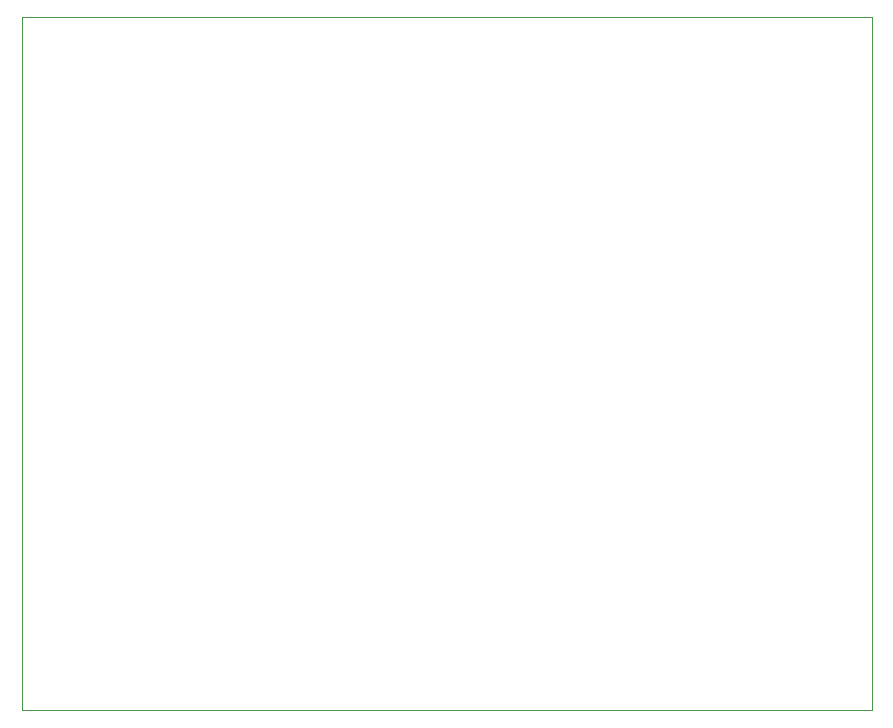
<source format=gbr>
%TF.GenerationSoftware,KiCad,Pcbnew,9.0.1*%
%TF.CreationDate,2025-06-17T17:02:24+01:00*%
%TF.ProjectId,Test_22,54657374-5f32-4322-9e6b-696361645f70,rev?*%
%TF.SameCoordinates,Original*%
%TF.FileFunction,Profile,NP*%
%FSLAX46Y46*%
G04 Gerber Fmt 4.6, Leading zero omitted, Abs format (unit mm)*
G04 Created by KiCad (PCBNEW 9.0.1) date 2025-06-17 17:02:24*
%MOMM*%
%LPD*%
G01*
G04 APERTURE LIST*
%TA.AperFunction,Profile*%
%ADD10C,0.050000*%
%TD*%
G04 APERTURE END LIST*
D10*
X111000000Y-79300000D02*
X183000000Y-79300000D01*
X183000000Y-138000000D01*
X111000000Y-138000000D01*
X111000000Y-79300000D01*
M02*

</source>
